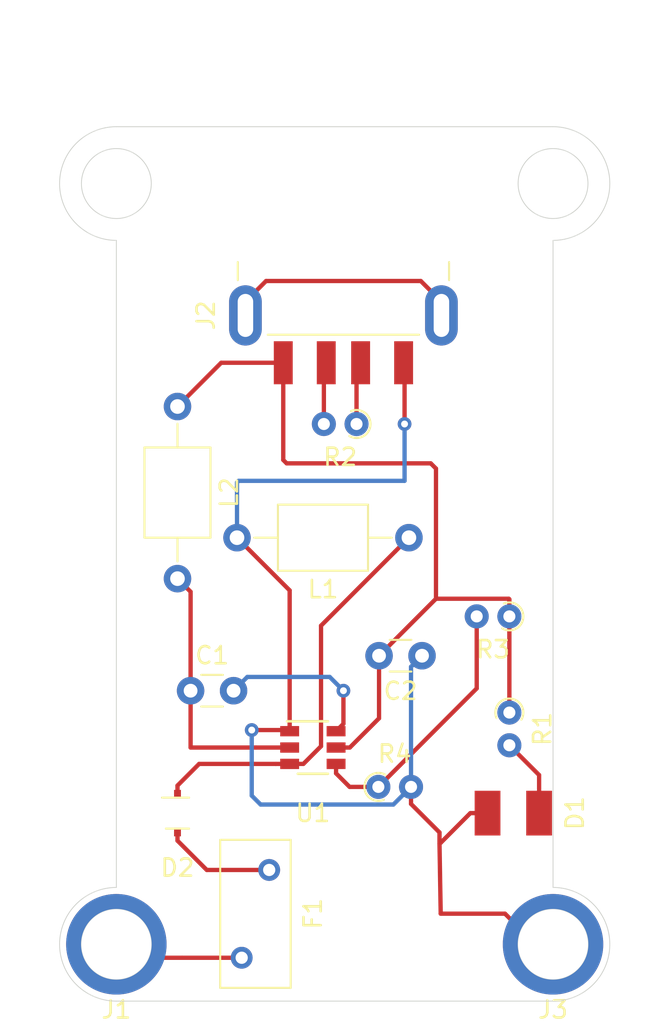
<source format=kicad_pcb>
(kicad_pcb (version 20171130) (host pcbnew "(5.1.5)-3")

  (general
    (thickness 1.6)
    (drawings 12)
    (tracks 88)
    (zones 0)
    (modules 15)
    (nets 13)
  )

  (page A4)
  (title_block
    (title "USB Charger")
    (rev v01)
    (company pcb-gang)
    (comment 2 https://creativecommons.org/licenses/by/4.0/)
    (comment 3 "License: CC BY 4.0")
    (comment 4 "Authors: Son Tran, Rex Han, Shawn Shacterman")
  )

  (layers
    (0 F.Cu signal)
    (31 B.Cu signal)
    (33 F.Adhes user)
    (35 F.Paste user)
    (37 F.SilkS user)
    (38 B.Mask user)
    (39 F.Mask user)
    (40 Dwgs.User user)
    (41 Cmts.User user)
    (42 Eco1.User user)
    (43 Eco2.User user)
    (44 Edge.Cuts user)
    (45 Margin user)
    (46 B.CrtYd user)
    (47 F.CrtYd user)
    (49 F.Fab user)
  )

  (setup
    (last_trace_width 0.25)
    (trace_clearance 0.2)
    (zone_clearance 0.508)
    (zone_45_only no)
    (trace_min 0.1524)
    (via_size 0.8)
    (via_drill 0.4)
    (via_min_size 0.4)
    (via_min_drill 0.3)
    (uvia_size 0.3)
    (uvia_drill 0.1)
    (uvias_allowed no)
    (uvia_min_size 0.2)
    (uvia_min_drill 0.1)
    (edge_width 0.05)
    (segment_width 0.2)
    (pcb_text_width 0.3)
    (pcb_text_size 1.5 1.5)
    (mod_edge_width 0.12)
    (mod_text_size 1 1)
    (mod_text_width 0.15)
    (pad_size 1.524 1.524)
    (pad_drill 0.762)
    (pad_to_mask_clearance 0.0508)
    (solder_mask_min_width 0.0762)
    (aux_axis_origin 0 0)
    (visible_elements 7FFFFFFF)
    (pcbplotparams
      (layerselection 0x010fc_ffffffff)
      (usegerberextensions false)
      (usegerberattributes false)
      (usegerberadvancedattributes false)
      (creategerberjobfile false)
      (excludeedgelayer true)
      (linewidth 0.100000)
      (plotframeref false)
      (viasonmask false)
      (mode 1)
      (useauxorigin false)
      (hpglpennumber 1)
      (hpglpenspeed 20)
      (hpglpendiameter 15.000000)
      (psnegative false)
      (psa4output false)
      (plotreference true)
      (plotvalue true)
      (plotinvisibletext false)
      (padsonsilk false)
      (subtractmaskfromsilk false)
      (outputformat 1)
      (mirror false)
      (drillshape 1)
      (scaleselection 1)
      (outputdirectory ""))
  )

  (net 0 "")
  (net 1 "Net-(C1-Pad2)")
  (net 2 "Net-(C1-Pad1)")
  (net 3 +5V)
  (net 4 GND)
  (net 5 "Net-(D1-Pad2)")
  (net 6 "Net-(D2-Pad1)")
  (net 7 "Net-(D2-Pad2)")
  (net 8 "Net-(F1-Pad2)")
  (net 9 "Net-(J2-Pad5)")
  (net 10 "Net-(J2-Pad3)")
  (net 11 "Net-(J2-Pad2)")
  (net 12 "Net-(R3-Pad2)")

  (net_class Default "This is the default net class."
    (clearance 0.2)
    (trace_width 0.25)
    (via_dia 0.8)
    (via_drill 0.4)
    (uvia_dia 0.3)
    (uvia_drill 0.1)
    (add_net +5V)
    (add_net GND)
    (add_net "Net-(C1-Pad1)")
    (add_net "Net-(C1-Pad2)")
    (add_net "Net-(D1-Pad2)")
    (add_net "Net-(D2-Pad1)")
    (add_net "Net-(D2-Pad2)")
    (add_net "Net-(F1-Pad2)")
    (add_net "Net-(J2-Pad2)")
    (add_net "Net-(J2-Pad3)")
    (add_net "Net-(J2-Pad5)")
    (add_net "Net-(R3-Pad2)")
  )

  (module Fuse:Fuse_BelFuse_0ZRE0005FF_L8.3mm_W3.8mm (layer F.Cu) (tedit 5BAABA15) (tstamp 5E5B5CFA)
    (at 146.558 99.822 270)
    (descr "Fuse 0ZRE0005FF, BelFuse, Radial Leaded PTC, https://www.belfuse.com/resources/datasheets/circuitprotection/ds-cp-0zre-series.pdf")
    (tags "0ZRE BelFuse radial PTC")
    (path /5E51B971)
    (fp_text reference F1 (at 2.54 -2.54 90) (layer F.SilkS)
      (effects (font (size 1 1) (thickness 0.15)))
    )
    (fp_text value Fuse (at 2.6 5.4 90) (layer F.Fab)
      (effects (font (size 1 1) (thickness 0.15)))
    )
    (fp_line (start 6.7 -1.1) (end 6.7 2.7) (layer F.Fab) (width 0.1))
    (fp_line (start -1.6 -1.1) (end -1.6 2.7) (layer F.Fab) (width 0.1))
    (fp_line (start -1.6 2.7) (end 6.7 2.7) (layer F.Fab) (width 0.1))
    (fp_line (start -1.6 -1.1) (end 6.7 -1.1) (layer F.Fab) (width 0.1))
    (fp_text user %R (at 3.81 0 90) (layer F.Fab)
      (effects (font (size 1 1) (thickness 0.15)))
    )
    (fp_line (start -1.85 -1.35) (end 6.95 -1.35) (layer F.CrtYd) (width 0.05))
    (fp_line (start -1.85 -1.35) (end -1.85 2.95) (layer F.CrtYd) (width 0.05))
    (fp_line (start 6.95 -1.35) (end 6.95 2.95) (layer F.CrtYd) (width 0.05))
    (fp_line (start -1.85 2.95) (end 6.95 2.95) (layer F.CrtYd) (width 0.05))
    (fp_line (start -1.75 -1.25) (end 6.85 -1.25) (layer F.SilkS) (width 0.12))
    (fp_line (start -1.75 -1.25) (end -1.75 2.85) (layer F.SilkS) (width 0.12))
    (fp_line (start 6.85 -1.25) (end 6.85 2.85) (layer F.SilkS) (width 0.12))
    (fp_line (start -1.75 2.85) (end 6.85 2.85) (layer F.SilkS) (width 0.12))
    (pad 1 thru_hole circle (at 0 0 270) (size 1.27 1.27) (drill 0.71) (layers *.Cu *.Mask)
      (net 7 "Net-(D2-Pad2)"))
    (pad 2 thru_hole circle (at 5.1 1.6 270) (size 1.27 1.27) (drill 0.71) (layers *.Cu *.Mask)
      (net 8 "Net-(F1-Pad2)"))
    (model ${KISYS3DMOD}/Fuse.3dshapes/Fuse_BelFuse_0ZRE_0ZRE0005FF_L8.3mm_W3.8mm.wrl
      (at (xyz 0 0 0))
      (scale (xyz 1 1 1))
      (rotate (xyz 0 0 0))
    )
  )

  (module Resistor_THT:R_Axial_DIN0204_L3.6mm_D1.6mm_P1.90mm_Vertical (layer F.Cu) (tedit 5AE5139B) (tstamp 5E5B5C2B)
    (at 152.908 94.996)
    (descr "Resistor, Axial_DIN0204 series, Axial, Vertical, pin pitch=1.9mm, 0.167W, length*diameter=3.6*1.6mm^2, http://cdn-reichelt.de/documents/datenblatt/B400/1_4W%23YAG.pdf")
    (tags "Resistor Axial_DIN0204 series Axial Vertical pin pitch 1.9mm 0.167W length 3.6mm diameter 1.6mm")
    (path /5E50203F)
    (fp_text reference R4 (at 0.95 -1.92) (layer F.SilkS)
      (effects (font (size 1 1) (thickness 0.15)))
    )
    (fp_text value R (at 0.95 1.92) (layer F.Fab)
      (effects (font (size 1 1) (thickness 0.15)))
    )
    (fp_text user %R (at 0.95 -1.92) (layer F.Fab)
      (effects (font (size 1 1) (thickness 0.15)))
    )
    (fp_line (start 2.86 -1.05) (end -1.05 -1.05) (layer F.CrtYd) (width 0.05))
    (fp_line (start 2.86 1.05) (end 2.86 -1.05) (layer F.CrtYd) (width 0.05))
    (fp_line (start -1.05 1.05) (end 2.86 1.05) (layer F.CrtYd) (width 0.05))
    (fp_line (start -1.05 -1.05) (end -1.05 1.05) (layer F.CrtYd) (width 0.05))
    (fp_line (start 0 0) (end 1.9 0) (layer F.Fab) (width 0.1))
    (fp_circle (center 0 0) (end 0.8 0) (layer F.Fab) (width 0.1))
    (fp_arc (start 0 0) (end 0.417133 -0.7) (angle -233.92106) (layer F.SilkS) (width 0.12))
    (pad 2 thru_hole oval (at 1.9 0) (size 1.4 1.4) (drill 0.7) (layers *.Cu *.Mask)
      (net 4 GND))
    (pad 1 thru_hole circle (at 0 0) (size 1.4 1.4) (drill 0.7) (layers *.Cu *.Mask)
      (net 12 "Net-(R3-Pad2)"))
    (model ${KISYS3DMOD}/Resistor_THT.3dshapes/R_Axial_DIN0204_L3.6mm_D1.6mm_P1.90mm_Vertical.wrl
      (at (xyz 0 0 0))
      (scale (xyz 1 1 1))
      (rotate (xyz 0 0 0))
    )
  )

  (module Resistor_THT:R_Axial_DIN0204_L3.6mm_D1.6mm_P1.90mm_Vertical (layer F.Cu) (tedit 5AE5139B) (tstamp 5E5B5BCE)
    (at 160.528 85.09 180)
    (descr "Resistor, Axial_DIN0204 series, Axial, Vertical, pin pitch=1.9mm, 0.167W, length*diameter=3.6*1.6mm^2, http://cdn-reichelt.de/documents/datenblatt/B400/1_4W%23YAG.pdf")
    (tags "Resistor Axial_DIN0204 series Axial Vertical pin pitch 1.9mm 0.167W length 3.6mm diameter 1.6mm")
    (path /5E4FF8A1)
    (fp_text reference R3 (at 0.95 -1.92) (layer F.SilkS)
      (effects (font (size 1 1) (thickness 0.15)))
    )
    (fp_text value R (at 0.95 1.92) (layer F.Fab)
      (effects (font (size 1 1) (thickness 0.15)))
    )
    (fp_text user %R (at 0.95 -1.92) (layer F.Fab)
      (effects (font (size 1 1) (thickness 0.15)))
    )
    (fp_line (start 2.86 -1.05) (end -1.05 -1.05) (layer F.CrtYd) (width 0.05))
    (fp_line (start 2.86 1.05) (end 2.86 -1.05) (layer F.CrtYd) (width 0.05))
    (fp_line (start -1.05 1.05) (end 2.86 1.05) (layer F.CrtYd) (width 0.05))
    (fp_line (start -1.05 -1.05) (end -1.05 1.05) (layer F.CrtYd) (width 0.05))
    (fp_line (start 0 0) (end 1.9 0) (layer F.Fab) (width 0.1))
    (fp_circle (center 0 0) (end 0.8 0) (layer F.Fab) (width 0.1))
    (fp_arc (start 0 0) (end 0.417133 -0.7) (angle -233.92106) (layer F.SilkS) (width 0.12))
    (pad 2 thru_hole oval (at 1.9 0 180) (size 1.4 1.4) (drill 0.7) (layers *.Cu *.Mask)
      (net 12 "Net-(R3-Pad2)"))
    (pad 1 thru_hole circle (at 0 0 180) (size 1.4 1.4) (drill 0.7) (layers *.Cu *.Mask)
      (net 3 +5V))
    (model ${KISYS3DMOD}/Resistor_THT.3dshapes/R_Axial_DIN0204_L3.6mm_D1.6mm_P1.90mm_Vertical.wrl
      (at (xyz 0 0 0))
      (scale (xyz 1 1 1))
      (rotate (xyz 0 0 0))
    )
  )

  (module Resistor_THT:R_Axial_DIN0204_L3.6mm_D1.6mm_P1.90mm_Vertical (layer F.Cu) (tedit 5AE5139B) (tstamp 5E5B5942)
    (at 151.638 73.914 180)
    (descr "Resistor, Axial_DIN0204 series, Axial, Vertical, pin pitch=1.9mm, 0.167W, length*diameter=3.6*1.6mm^2, http://cdn-reichelt.de/documents/datenblatt/B400/1_4W%23YAG.pdf")
    (tags "Resistor Axial_DIN0204 series Axial Vertical pin pitch 1.9mm 0.167W length 3.6mm diameter 1.6mm")
    (path /5E4E2899)
    (fp_text reference R2 (at 0.95 -1.92) (layer F.SilkS)
      (effects (font (size 1 1) (thickness 0.15)))
    )
    (fp_text value 150 (at 0.95 1.92) (layer F.Fab)
      (effects (font (size 1 1) (thickness 0.15)))
    )
    (fp_text user %R (at 0.95 -1.92) (layer F.Fab)
      (effects (font (size 1 1) (thickness 0.15)))
    )
    (fp_line (start 2.86 -1.05) (end -1.05 -1.05) (layer F.CrtYd) (width 0.05))
    (fp_line (start 2.86 1.05) (end 2.86 -1.05) (layer F.CrtYd) (width 0.05))
    (fp_line (start -1.05 1.05) (end 2.86 1.05) (layer F.CrtYd) (width 0.05))
    (fp_line (start -1.05 -1.05) (end -1.05 1.05) (layer F.CrtYd) (width 0.05))
    (fp_line (start 0 0) (end 1.9 0) (layer F.Fab) (width 0.1))
    (fp_circle (center 0 0) (end 0.8 0) (layer F.Fab) (width 0.1))
    (fp_arc (start 0 0) (end 0.417133 -0.7) (angle -233.92106) (layer F.SilkS) (width 0.12))
    (pad 2 thru_hole oval (at 1.9 0 180) (size 1.4 1.4) (drill 0.7) (layers *.Cu *.Mask)
      (net 11 "Net-(J2-Pad2)"))
    (pad 1 thru_hole circle (at 0 0 180) (size 1.4 1.4) (drill 0.7) (layers *.Cu *.Mask)
      (net 10 "Net-(J2-Pad3)"))
    (model ${KISYS3DMOD}/Resistor_THT.3dshapes/R_Axial_DIN0204_L3.6mm_D1.6mm_P1.90mm_Vertical.wrl
      (at (xyz 0 0 0))
      (scale (xyz 1 1 1))
      (rotate (xyz 0 0 0))
    )
  )

  (module Resistor_THT:R_Axial_DIN0204_L3.6mm_D1.6mm_P1.90mm_Vertical (layer F.Cu) (tedit 5AE5139B) (tstamp 5E5B5DDE)
    (at 160.528 90.678 270)
    (descr "Resistor, Axial_DIN0204 series, Axial, Vertical, pin pitch=1.9mm, 0.167W, length*diameter=3.6*1.6mm^2, http://cdn-reichelt.de/documents/datenblatt/B400/1_4W%23YAG.pdf")
    (tags "Resistor Axial_DIN0204 series Axial Vertical pin pitch 1.9mm 0.167W length 3.6mm diameter 1.6mm")
    (path /5E4DD6FE)
    (fp_text reference R1 (at 0.95 -1.92 90) (layer F.SilkS)
      (effects (font (size 1 1) (thickness 0.15)))
    )
    (fp_text value 120 (at 0.95 1.92 90) (layer F.Fab)
      (effects (font (size 1 1) (thickness 0.15)))
    )
    (fp_text user %R (at 0.95 -1.92 90) (layer F.Fab)
      (effects (font (size 1 1) (thickness 0.15)))
    )
    (fp_line (start 2.86 -1.05) (end -1.05 -1.05) (layer F.CrtYd) (width 0.05))
    (fp_line (start 2.86 1.05) (end 2.86 -1.05) (layer F.CrtYd) (width 0.05))
    (fp_line (start -1.05 1.05) (end 2.86 1.05) (layer F.CrtYd) (width 0.05))
    (fp_line (start -1.05 -1.05) (end -1.05 1.05) (layer F.CrtYd) (width 0.05))
    (fp_line (start 0 0) (end 1.9 0) (layer F.Fab) (width 0.1))
    (fp_circle (center 0 0) (end 0.8 0) (layer F.Fab) (width 0.1))
    (fp_arc (start 0 0) (end 0.417133 -0.7) (angle -233.92106) (layer F.SilkS) (width 0.12))
    (pad 2 thru_hole oval (at 1.9 0 270) (size 1.4 1.4) (drill 0.7) (layers *.Cu *.Mask)
      (net 5 "Net-(D1-Pad2)"))
    (pad 1 thru_hole circle (at 0 0 270) (size 1.4 1.4) (drill 0.7) (layers *.Cu *.Mask)
      (net 3 +5V))
    (model ${KISYS3DMOD}/Resistor_THT.3dshapes/R_Axial_DIN0204_L3.6mm_D1.6mm_P1.90mm_Vertical.wrl
      (at (xyz 0 0 0))
      (scale (xyz 1 1 1))
      (rotate (xyz 0 0 0))
    )
  )

  (module Inductor_THT:L_Axial_L5.0mm_D3.6mm_P10.00mm_Horizontal_Murata_BL01RN1A2A2 (layer F.Cu) (tedit 5BC67E52) (tstamp 5E5B6806)
    (at 141.224 72.898 270)
    (descr "Inductor, Murata BL01RN1A2A2, Axial, Horizontal, pin pitch=10.00mm, length*diameter=5*3.6mm, https://www.murata.com/en-global/products/productdetail?partno=BL01RN1A2A2%23")
    (tags "inductor axial horizontal")
    (path /5E4F8EFC)
    (fp_text reference L2 (at 5 -3 90) (layer F.SilkS)
      (effects (font (size 1 1) (thickness 0.15)))
    )
    (fp_text value L (at 5 3 90) (layer F.Fab)
      (effects (font (size 1 1) (thickness 0.15)))
    )
    (fp_text user %R (at 5 0 90) (layer F.Fab)
      (effects (font (size 1 1) (thickness 0.15)))
    )
    (fp_line (start 11.05 -2.05) (end -1.05 -2.05) (layer F.CrtYd) (width 0.05))
    (fp_line (start 11.05 2.05) (end 11.05 -2.05) (layer F.CrtYd) (width 0.05))
    (fp_line (start -1.05 2.05) (end 11.05 2.05) (layer F.CrtYd) (width 0.05))
    (fp_line (start -1.05 -2.05) (end -1.05 2.05) (layer F.CrtYd) (width 0.05))
    (fp_line (start 9 0) (end 7.62 0) (layer F.SilkS) (width 0.12))
    (fp_line (start 1 0) (end 2.38 0) (layer F.SilkS) (width 0.12))
    (fp_line (start 7.62 -1.92) (end 2.38 -1.92) (layer F.SilkS) (width 0.12))
    (fp_line (start 7.62 1.92) (end 7.62 -1.92) (layer F.SilkS) (width 0.12))
    (fp_line (start 2.38 1.92) (end 7.62 1.92) (layer F.SilkS) (width 0.12))
    (fp_line (start 2.38 -1.92) (end 2.38 1.92) (layer F.SilkS) (width 0.12))
    (fp_line (start 10 0) (end 7.5 0) (layer F.Fab) (width 0.1))
    (fp_line (start 0 0) (end 2.5 0) (layer F.Fab) (width 0.1))
    (fp_line (start 7.5 -1.8) (end 2.5 -1.8) (layer F.Fab) (width 0.1))
    (fp_line (start 7.5 1.8) (end 7.5 -1.8) (layer F.Fab) (width 0.1))
    (fp_line (start 2.5 1.8) (end 7.5 1.8) (layer F.Fab) (width 0.1))
    (fp_line (start 2.5 -1.8) (end 2.5 1.8) (layer F.Fab) (width 0.1))
    (pad 2 thru_hole oval (at 10 0 270) (size 1.6 1.6) (drill 0.85) (layers *.Cu *.Mask)
      (net 2 "Net-(C1-Pad1)"))
    (pad 1 thru_hole circle (at 0 0 270) (size 1.6 1.6) (drill 0.85) (layers *.Cu *.Mask)
      (net 3 +5V))
    (model ${KISYS3DMOD}/Inductor_THT.3dshapes/L_Axial_L5.0mm_D3.6mm_P10.00mm_Horizontal_Murata_BL01RN1A2A2.wrl
      (at (xyz 0 0 0))
      (scale (xyz 1 1 1))
      (rotate (xyz 0 0 0))
    )
  )

  (module Inductor_THT:L_Axial_L5.0mm_D3.6mm_P10.00mm_Horizontal_Murata_BL01RN1A2A2 (layer F.Cu) (tedit 5BC67E52) (tstamp 5E5B5D9E)
    (at 154.686 80.518 180)
    (descr "Inductor, Murata BL01RN1A2A2, Axial, Horizontal, pin pitch=10.00mm, length*diameter=5*3.6mm, https://www.murata.com/en-global/products/productdetail?partno=BL01RN1A2A2%23")
    (tags "inductor axial horizontal")
    (path /5E4FD738)
    (fp_text reference L1 (at 5 -3) (layer F.SilkS)
      (effects (font (size 1 1) (thickness 0.15)))
    )
    (fp_text value L (at 5 3) (layer F.Fab)
      (effects (font (size 1 1) (thickness 0.15)))
    )
    (fp_text user %R (at 5 0 180) (layer F.Fab)
      (effects (font (size 1 1) (thickness 0.15)))
    )
    (fp_line (start 11.05 -2.05) (end -1.05 -2.05) (layer F.CrtYd) (width 0.05))
    (fp_line (start 11.05 2.05) (end 11.05 -2.05) (layer F.CrtYd) (width 0.05))
    (fp_line (start -1.05 2.05) (end 11.05 2.05) (layer F.CrtYd) (width 0.05))
    (fp_line (start -1.05 -2.05) (end -1.05 2.05) (layer F.CrtYd) (width 0.05))
    (fp_line (start 9 0) (end 7.62 0) (layer F.SilkS) (width 0.12))
    (fp_line (start 1 0) (end 2.38 0) (layer F.SilkS) (width 0.12))
    (fp_line (start 7.62 -1.92) (end 2.38 -1.92) (layer F.SilkS) (width 0.12))
    (fp_line (start 7.62 1.92) (end 7.62 -1.92) (layer F.SilkS) (width 0.12))
    (fp_line (start 2.38 1.92) (end 7.62 1.92) (layer F.SilkS) (width 0.12))
    (fp_line (start 2.38 -1.92) (end 2.38 1.92) (layer F.SilkS) (width 0.12))
    (fp_line (start 10 0) (end 7.5 0) (layer F.Fab) (width 0.1))
    (fp_line (start 0 0) (end 2.5 0) (layer F.Fab) (width 0.1))
    (fp_line (start 7.5 -1.8) (end 2.5 -1.8) (layer F.Fab) (width 0.1))
    (fp_line (start 7.5 1.8) (end 7.5 -1.8) (layer F.Fab) (width 0.1))
    (fp_line (start 2.5 1.8) (end 7.5 1.8) (layer F.Fab) (width 0.1))
    (fp_line (start 2.5 -1.8) (end 2.5 1.8) (layer F.Fab) (width 0.1))
    (pad 2 thru_hole oval (at 10 0 180) (size 1.6 1.6) (drill 0.85) (layers *.Cu *.Mask)
      (net 4 GND))
    (pad 1 thru_hole circle (at 0 0 180) (size 1.6 1.6) (drill 0.85) (layers *.Cu *.Mask)
      (net 6 "Net-(D2-Pad1)"))
    (model ${KISYS3DMOD}/Inductor_THT.3dshapes/L_Axial_L5.0mm_D3.6mm_P10.00mm_Horizontal_Murata_BL01RN1A2A2.wrl
      (at (xyz 0 0 0))
      (scale (xyz 1 1 1))
      (rotate (xyz 0 0 0))
    )
  )

  (module Capacitor_THT:C_Disc_D3.0mm_W1.6mm_P2.50mm (layer F.Cu) (tedit 5AE50EF0) (tstamp 5E5B7165)
    (at 155.448 87.376 180)
    (descr "C, Disc series, Radial, pin pitch=2.50mm, , diameter*width=3.0*1.6mm^2, Capacitor, http://www.vishay.com/docs/45233/krseries.pdf")
    (tags "C Disc series Radial pin pitch 2.50mm  diameter 3.0mm width 1.6mm Capacitor")
    (path /5E4FAE6A)
    (fp_text reference C2 (at 1.25 -2.05) (layer F.SilkS)
      (effects (font (size 1 1) (thickness 0.15)))
    )
    (fp_text value C (at 1.25 2.05) (layer F.Fab)
      (effects (font (size 1 1) (thickness 0.15)))
    )
    (fp_text user %R (at 1.25 0 180) (layer F.Fab)
      (effects (font (size 0.6 0.6) (thickness 0.09)))
    )
    (fp_line (start 3.55 -1.05) (end -1.05 -1.05) (layer F.CrtYd) (width 0.05))
    (fp_line (start 3.55 1.05) (end 3.55 -1.05) (layer F.CrtYd) (width 0.05))
    (fp_line (start -1.05 1.05) (end 3.55 1.05) (layer F.CrtYd) (width 0.05))
    (fp_line (start -1.05 -1.05) (end -1.05 1.05) (layer F.CrtYd) (width 0.05))
    (fp_line (start 0.621 0.92) (end 1.879 0.92) (layer F.SilkS) (width 0.12))
    (fp_line (start 0.621 -0.92) (end 1.879 -0.92) (layer F.SilkS) (width 0.12))
    (fp_line (start 2.75 -0.8) (end -0.25 -0.8) (layer F.Fab) (width 0.1))
    (fp_line (start 2.75 0.8) (end 2.75 -0.8) (layer F.Fab) (width 0.1))
    (fp_line (start -0.25 0.8) (end 2.75 0.8) (layer F.Fab) (width 0.1))
    (fp_line (start -0.25 -0.8) (end -0.25 0.8) (layer F.Fab) (width 0.1))
    (pad 2 thru_hole circle (at 2.5 0 180) (size 1.6 1.6) (drill 0.8) (layers *.Cu *.Mask)
      (net 3 +5V))
    (pad 1 thru_hole circle (at 0 0 180) (size 1.6 1.6) (drill 0.8) (layers *.Cu *.Mask)
      (net 4 GND))
    (model ${KISYS3DMOD}/Capacitor_THT.3dshapes/C_Disc_D3.0mm_W1.6mm_P2.50mm.wrl
      (at (xyz 0 0 0))
      (scale (xyz 1 1 1))
      (rotate (xyz 0 0 0))
    )
  )

  (module Capacitor_THT:C_Disc_D3.0mm_W1.6mm_P2.50mm (layer F.Cu) (tedit 5AE50EF0) (tstamp 5E5B74A0)
    (at 141.986 89.408)
    (descr "C, Disc series, Radial, pin pitch=2.50mm, , diameter*width=3.0*1.6mm^2, Capacitor, http://www.vishay.com/docs/45233/krseries.pdf")
    (tags "C Disc series Radial pin pitch 2.50mm  diameter 3.0mm width 1.6mm Capacitor")
    (path /5E4F02F9)
    (fp_text reference C1 (at 1.25 -2.05) (layer F.SilkS)
      (effects (font (size 1 1) (thickness 0.15)))
    )
    (fp_text value C (at 1.25 2.05) (layer F.Fab)
      (effects (font (size 1 1) (thickness 0.15)))
    )
    (fp_text user %R (at 1.25 0) (layer F.Fab)
      (effects (font (size 0.6 0.6) (thickness 0.09)))
    )
    (fp_line (start 3.55 -1.05) (end -1.05 -1.05) (layer F.CrtYd) (width 0.05))
    (fp_line (start 3.55 1.05) (end 3.55 -1.05) (layer F.CrtYd) (width 0.05))
    (fp_line (start -1.05 1.05) (end 3.55 1.05) (layer F.CrtYd) (width 0.05))
    (fp_line (start -1.05 -1.05) (end -1.05 1.05) (layer F.CrtYd) (width 0.05))
    (fp_line (start 0.621 0.92) (end 1.879 0.92) (layer F.SilkS) (width 0.12))
    (fp_line (start 0.621 -0.92) (end 1.879 -0.92) (layer F.SilkS) (width 0.12))
    (fp_line (start 2.75 -0.8) (end -0.25 -0.8) (layer F.Fab) (width 0.1))
    (fp_line (start 2.75 0.8) (end 2.75 -0.8) (layer F.Fab) (width 0.1))
    (fp_line (start -0.25 0.8) (end 2.75 0.8) (layer F.Fab) (width 0.1))
    (fp_line (start -0.25 -0.8) (end -0.25 0.8) (layer F.Fab) (width 0.1))
    (pad 2 thru_hole circle (at 2.5 0) (size 1.6 1.6) (drill 0.8) (layers *.Cu *.Mask)
      (net 1 "Net-(C1-Pad2)"))
    (pad 1 thru_hole circle (at 0 0) (size 1.6 1.6) (drill 0.8) (layers *.Cu *.Mask)
      (net 2 "Net-(C1-Pad1)"))
    (model ${KISYS3DMOD}/Capacitor_THT.3dshapes/C_Disc_D3.0mm_W1.6mm_P2.50mm.wrl
      (at (xyz 0 0 0))
      (scale (xyz 1 1 1))
      (rotate (xyz 0 0 0))
    )
  )

  (module lab3-new:regulator (layer F.Cu) (tedit 5E57587B) (tstamp 5E5B5BFD)
    (at 149.098 92.71)
    (path /5E4E8641)
    (fp_text reference U1 (at 0 3.81) (layer F.SilkS)
      (effects (font (size 1 1) (thickness 0.15)))
    )
    (fp_text value Regulator (at 0 -3.81) (layer F.Fab)
      (effects (font (size 1 1) (thickness 0.15)))
    )
    (fp_line (start -0.875 1.525) (end 0.875 1.525) (layer F.SilkS) (width 0.15))
    (fp_line (start -1.5 -1.525) (end 0.875 -1.525) (layer F.SilkS) (width 0.15))
    (fp_line (start -0.875 -1.525) (end -0.875 1.525) (layer F.CrtYd) (width 0.12))
    (fp_line (start -0.875 1.525) (end 0.875 1.525) (layer F.CrtYd) (width 0.12))
    (fp_line (start 0.875 -1.525) (end 0.875 1.525) (layer F.CrtYd) (width 0.12))
    (fp_line (start -0.875 -1.525) (end 0.875 -1.525) (layer F.CrtYd) (width 0.12))
    (pad 5 smd rect (at 1.35 0) (size 1.1 0.6) (layers F.Cu F.Paste F.Mask)
      (net 3 +5V))
    (pad 4 smd rect (at 1.35 0.95) (size 1.1 0.6) (layers F.Cu F.Paste F.Mask)
      (net 12 "Net-(R3-Pad2)"))
    (pad 6 smd rect (at 1.35 -0.95) (size 1.1 0.6) (layers F.Cu F.Paste F.Mask)
      (net 1 "Net-(C1-Pad2)"))
    (pad 3 smd rect (at -1.35 0.95) (size 1.1 0.6) (layers F.Cu F.Paste F.Mask)
      (net 6 "Net-(D2-Pad1)"))
    (pad 2 smd rect (at -1.35 0) (size 1.1 0.6) (layers F.Cu F.Paste F.Mask)
      (net 2 "Net-(C1-Pad1)"))
    (pad 1 smd rect (at -1.35 -0.95) (size 1.1 0.6) (layers F.Cu F.Paste F.Mask)
      (net 4 GND))
  )

  (module Connector_USB:USB_A_CNCTech_1001-011-01101_Horizontal (layer F.Cu) (tedit 5AFEF547) (tstamp 5E5B4768)
    (at 150.876 60.706 90)
    (descr http://cnctech.us/pdfs/1001-011-01101.pdf)
    (tags USB-A)
    (path /5E50E7B4)
    (attr smd)
    (fp_text reference J2 (at -6.9 -8 90) (layer F.SilkS)
      (effects (font (size 1 1) (thickness 0.15)))
    )
    (fp_text value USB_A (at 0 8 270) (layer F.Fab)
      (effects (font (size 1 1) (thickness 0.15)))
    )
    (fp_line (start -11.4 4.55) (end -9.15 4.55) (layer F.CrtYd) (width 0.05))
    (fp_line (start -9.15 4.55) (end -9.15 7.15) (layer F.CrtYd) (width 0.05))
    (fp_line (start -9.15 7.15) (end -4.65 7.15) (layer F.CrtYd) (width 0.05))
    (fp_line (start -4.65 7.15) (end -4.65 6.52) (layer F.CrtYd) (width 0.05))
    (fp_line (start -4.65 6.52) (end 11.4 6.52) (layer F.CrtYd) (width 0.05))
    (fp_text user %R (at -6 0) (layer F.Fab)
      (effects (font (size 1 1) (thickness 0.15)))
    )
    (fp_line (start 11.4 6.52) (end 11.4 -6.52) (layer F.CrtYd) (width 0.05))
    (fp_line (start -4.65 -6.52) (end 11.4 -6.52) (layer F.CrtYd) (width 0.05))
    (fp_line (start -4.65 -6.52) (end -4.65 -7.15) (layer F.CrtYd) (width 0.05))
    (fp_line (start -9.15 -7.15) (end -4.65 -7.15) (layer F.CrtYd) (width 0.05))
    (fp_line (start -9.15 -7.15) (end -9.15 -4.55) (layer F.CrtYd) (width 0.05))
    (fp_line (start -11.4 -4.55) (end -9.15 -4.55) (layer F.CrtYd) (width 0.05))
    (fp_line (start -11.4 4.55) (end -11.4 -4.55) (layer F.CrtYd) (width 0.05))
    (fp_line (start -4.85 6.145) (end -3.8 6.145) (layer F.SilkS) (width 0.12))
    (fp_line (start -4.85 -6.145) (end -3.8 -6.145) (layer F.SilkS) (width 0.12))
    (fp_text user "PCB Edge" (at -4.55 -0.05) (layer Dwgs.User)
      (effects (font (size 0.6 0.6) (thickness 0.09)))
    )
    (fp_line (start -3.8 6.025) (end -3.8 -6.025) (layer Dwgs.User) (width 0.1))
    (fp_line (start -8.02 -4.4) (end -8.02 4.4) (layer F.SilkS) (width 0.12))
    (fp_circle (center -6.9 2.3) (end -6.9 2.8) (layer F.Fab) (width 0.1))
    (fp_circle (center -6.9 -2.3) (end -6.9 -2.8) (layer F.Fab) (width 0.1))
    (fp_line (start -10.4 -3.25) (end -7.9 -3.25) (layer F.Fab) (width 0.1))
    (fp_line (start -10.4 -3.25) (end -10.4 -3.75) (layer F.Fab) (width 0.1))
    (fp_line (start -10.4 -3.75) (end -7.9 -3.75) (layer F.Fab) (width 0.1))
    (fp_line (start -10.4 -1.25) (end -7.9 -1.25) (layer F.Fab) (width 0.1))
    (fp_line (start -10.4 -0.75) (end -7.9 -0.75) (layer F.Fab) (width 0.1))
    (fp_line (start -10.4 -0.75) (end -10.4 -1.25) (layer F.Fab) (width 0.1))
    (fp_line (start -10.4 1.25) (end -7.9 1.25) (layer F.Fab) (width 0.1))
    (fp_line (start -10.4 1.25) (end -10.4 0.75) (layer F.Fab) (width 0.1))
    (fp_line (start -10.4 0.75) (end -7.9 0.75) (layer F.Fab) (width 0.1))
    (fp_line (start -10.4 3.75) (end -7.9 3.75) (layer F.Fab) (width 0.1))
    (fp_line (start -10.4 3.25) (end -7.9 3.25) (layer F.Fab) (width 0.1))
    (fp_line (start -10.4 3.75) (end -10.4 3.25) (layer F.Fab) (width 0.1))
    (fp_line (start 10.9 6.025) (end 10.9 -6.025) (layer F.Fab) (width 0.1))
    (fp_line (start -7.9 6.025) (end 10.9 6.025) (layer F.Fab) (width 0.1))
    (fp_line (start -7.9 -6.025) (end 10.9 -6.025) (layer F.Fab) (width 0.1))
    (fp_line (start -7.9 6.025) (end -7.9 -6.025) (layer F.Fab) (width 0.1))
    (pad "" np_thru_hole circle (at -6.9 2.3 90) (size 1.1 1.1) (drill 1.1) (layers *.Cu *.Mask))
    (pad "" np_thru_hole circle (at -6.9 -2.3 90) (size 1.1 1.1) (drill 1.1) (layers *.Cu *.Mask))
    (pad 5 thru_hole oval (at -6.9 5.7 90) (size 3.5 1.9) (drill oval 2.5 0.9) (layers *.Cu *.Mask)
      (net 9 "Net-(J2-Pad5)"))
    (pad 5 thru_hole oval (at -6.9 -5.7 90) (size 3.5 1.9) (drill oval 2.5 0.9) (layers *.Cu *.Mask)
      (net 9 "Net-(J2-Pad5)"))
    (pad 4 smd rect (at -9.65 3.5 90) (size 2.5 1.1) (layers F.Cu F.Paste F.Mask)
      (net 4 GND))
    (pad 1 smd rect (at -9.65 -3.5 90) (size 2.5 1.1) (layers F.Cu F.Paste F.Mask)
      (net 3 +5V))
    (pad 3 smd rect (at -9.65 1 90) (size 2.5 1.1) (layers F.Cu F.Paste F.Mask)
      (net 10 "Net-(J2-Pad3)"))
    (pad 2 smd rect (at -9.65 -1 90) (size 2.5 1.1) (layers F.Cu F.Paste F.Mask)
      (net 11 "Net-(J2-Pad2)"))
    (model ${KISYS3DMOD}/Connector_USB.3dshapes/USB_A_CNCTech_1001-011-01101_Horizontal.wrl
      (at (xyz 0 0 0))
      (scale (xyz 1 1 1))
      (rotate (xyz 0 0 0))
    )
  )

  (module lab3-new:led (layer F.Cu) (tedit 5E5AF1D4) (tstamp 5E5B5CB4)
    (at 159.258 96.52 90)
    (path /5E4DDF91)
    (fp_text reference D1 (at 0 5.08 90) (layer F.SilkS)
      (effects (font (size 1 1) (thickness 0.15)))
    )
    (fp_text value LED (at 0 -2.54 90) (layer F.Fab)
      (effects (font (size 1 1) (thickness 0.15)))
    )
    (fp_line (start 1.5 3) (end 1.5 0) (layer F.CrtYd) (width 0.15))
    (fp_line (start 1.5 3) (end -1.5 3) (layer F.CrtYd) (width 0.15))
    (fp_line (start -1.5 0) (end -1.5 3) (layer F.CrtYd) (width 0.15))
    (fp_line (start -1.5 0) (end 1.5 0) (layer F.CrtYd) (width 0.15))
    (pad 2 smd rect (at 0 3 90) (size 2.6 1.5) (layers F.Cu F.Paste F.Mask)
      (net 5 "Net-(D1-Pad2)"))
    (pad 1 smd rect (at 0 0 90) (size 2.6 1.5) (layers F.Cu F.Paste F.Mask)
      (net 4 GND))
  )

  (module lab3-new:diode2 (layer F.Cu) (tedit 5E696C46) (tstamp 5E69C102)
    (at 141.224 96.52)
    (path /5E4E6538)
    (fp_text reference D2 (at 0 3.175) (layer F.SilkS)
      (effects (font (size 1 1) (thickness 0.15)))
    )
    (fp_text value D_Schottky (at 0 -3.175) (layer F.Fab)
      (effects (font (size 1 1) (thickness 0.15)))
    )
    (fp_line (start 0.675 0.9) (end -0.675 0.9) (layer F.SilkS) (width 0.12))
    (fp_line (start 0.675 -0.9) (end -0.9 -0.9) (layer F.SilkS) (width 0.12))
    (fp_line (start 0.675 -0.9) (end -0.675 -0.9) (layer F.CrtYd) (width 0.12))
    (fp_line (start -0.675 -0.9) (end -0.675 0.9) (layer F.CrtYd) (width 0.12))
    (fp_line (start 0.675 0.9) (end -0.675 0.9) (layer F.CrtYd) (width 0.12))
    (fp_line (start 0.675 -0.9) (end 0.675 0.9) (layer F.CrtYd) (width 0.12))
    (pad 2 smd rect (at 0 1.1) (size 0.4 0.5) (layers F.Cu F.Paste F.Mask)
      (net 7 "Net-(D2-Pad2)"))
    (pad 1 smd rect (at 0 -1.1) (size 0.4 0.5) (layers F.Cu F.Paste F.Mask)
      (net 6 "Net-(D2-Pad1)"))
  )

  (module lab3-new:connector1 (layer F.Cu) (tedit 5E69B3F7) (tstamp 5E6A05F0)
    (at 137.668 104.14)
    (path /5E6A0B09)
    (fp_text reference J1 (at 0 3.8) (layer F.SilkS)
      (effects (font (size 1 1) (thickness 0.15)))
    )
    (fp_text value Conn_01x01_Male (at 0 -3.6) (layer F.Fab)
      (effects (font (size 1 1) (thickness 0.15)))
    )
    (fp_circle (center 0 0) (end 0.16 0) (layer F.CrtYd) (width 0.01))
    (pad 1 thru_hole circle (at 0 0) (size 5.842 5.842) (drill 4.064) (layers *.Cu *.Mask)
      (net 8 "Net-(F1-Pad2)"))
  )

  (module lab3-new:connector1 (layer F.Cu) (tedit 5E69B3F7) (tstamp 5E6A05F6)
    (at 163.068 104.14)
    (path /5E6A293F)
    (fp_text reference J3 (at 0 3.8) (layer F.SilkS)
      (effects (font (size 1 1) (thickness 0.15)))
    )
    (fp_text value Conn_01x01_Male (at 0 -3.6) (layer F.Fab)
      (effects (font (size 1 1) (thickness 0.15)))
    )
    (fp_circle (center 0 0) (end 0.16 0) (layer F.CrtYd) (width 0.01))
    (pad 1 thru_hole circle (at 0 0) (size 5.842 5.842) (drill 4.064) (layers *.Cu *.Mask)
      (net 4 GND))
  )

  (gr_circle (center 163.068 59.944) (end 163.068 61.976) (layer Edge.Cuts) (width 0.05) (tstamp 5E5B5833))
  (gr_circle (center 137.668 59.944) (end 137.668 61.976) (layer Edge.Cuts) (width 0.05) (tstamp 5E5B5831))
  (gr_circle (center 137.668 104.14) (end 137.668 106.172) (layer Edge.Cuts) (width 0.05) (tstamp 5E5B582F))
  (gr_circle (center 163.068 104.14) (end 163.068 106.172) (layer Edge.Cuts) (width 0.05))
  (gr_arc (start 163.068 104.14) (end 163.068 107.442) (angle -180) (layer Edge.Cuts) (width 0.05))
  (gr_arc (start 137.668 104.14) (end 137.668 100.838) (angle -180) (layer Edge.Cuts) (width 0.05))
  (gr_arc (start 137.668 59.944) (end 137.668 56.642) (angle -180) (layer Edge.Cuts) (width 0.05))
  (gr_arc (start 163.068 59.944) (end 163.068 63.246) (angle -180) (layer Edge.Cuts) (width 0.05))
  (gr_line (start 163.068 63.246) (end 163.068 100.838) (layer Edge.Cuts) (width 0.05) (tstamp 5E5B582A))
  (gr_line (start 137.668 107.442) (end 163.068 107.442) (layer Edge.Cuts) (width 0.05) (tstamp 5E5B5822))
  (gr_line (start 137.668 63.246) (end 137.668 100.838) (layer Edge.Cuts) (width 0.05))
  (gr_line (start 137.668 56.642) (end 163.068 56.642) (layer Edge.Cuts) (width 0.05))

  (segment (start 145.285999 88.608001) (end 150.076001 88.608001) (width 0.25) (layer B.Cu) (net 1))
  (segment (start 144.486 89.408) (end 145.285999 88.608001) (width 0.25) (layer B.Cu) (net 1))
  (segment (start 150.076001 88.608001) (end 150.876 89.408) (width 0.25) (layer B.Cu) (net 1))
  (segment (start 150.876 89.408) (end 150.876 89.408) (width 0.25) (layer B.Cu) (net 1) (tstamp 5E5B79E7))
  (via (at 150.876 89.408) (size 0.8) (drill 0.4) (layers F.Cu B.Cu) (net 1))
  (segment (start 150.876 91.332) (end 150.448 91.76) (width 0.25) (layer F.Cu) (net 1))
  (segment (start 150.876 89.408) (end 150.876 91.332) (width 0.25) (layer F.Cu) (net 1))
  (segment (start 141.986 83.66) (end 141.224 82.898) (width 0.25) (layer F.Cu) (net 2))
  (segment (start 141.986 89.408) (end 141.986 83.66) (width 0.25) (layer F.Cu) (net 2))
  (segment (start 141.986 89.408) (end 141.986 92.71) (width 0.25) (layer F.Cu) (net 2))
  (segment (start 145.796 92.71) (end 147.748 92.71) (width 0.25) (layer F.Cu) (net 2))
  (segment (start 141.986 92.71) (end 145.796 92.71) (width 0.25) (layer F.Cu) (net 2))
  (segment (start 160.528 90.678) (end 160.528 85.09) (width 0.25) (layer F.Cu) (net 3))
  (segment (start 160.492948 84.064999) (end 156.259001 84.064999) (width 0.25) (layer F.Cu) (net 3))
  (segment (start 156.259001 84.064999) (end 153.747999 86.576001) (width 0.25) (layer F.Cu) (net 3))
  (segment (start 160.528 84.100051) (end 160.492948 84.064999) (width 0.25) (layer F.Cu) (net 3))
  (segment (start 153.747999 86.576001) (end 152.948 87.376) (width 0.25) (layer F.Cu) (net 3))
  (segment (start 160.528 85.09) (end 160.528 84.100051) (width 0.25) (layer F.Cu) (net 3))
  (segment (start 143.766 70.356) (end 147.376 70.356) (width 0.25) (layer F.Cu) (net 3))
  (segment (start 141.224 72.898) (end 143.766 70.356) (width 0.25) (layer F.Cu) (net 3))
  (segment (start 147.574 76.2) (end 147.376 76.002) (width 0.25) (layer F.Cu) (net 3))
  (segment (start 156.259001 76.503001) (end 155.956 76.2) (width 0.25) (layer F.Cu) (net 3))
  (segment (start 147.376 76.002) (end 147.376 70.356) (width 0.25) (layer F.Cu) (net 3))
  (segment (start 155.956 76.2) (end 147.574 76.2) (width 0.25) (layer F.Cu) (net 3))
  (segment (start 156.259001 84.064999) (end 156.259001 76.503001) (width 0.25) (layer F.Cu) (net 3))
  (segment (start 151.248 92.71) (end 150.448 92.71) (width 0.25) (layer F.Cu) (net 3))
  (segment (start 152.948 91.01) (end 151.248 92.71) (width 0.25) (layer F.Cu) (net 3))
  (segment (start 152.948 87.376) (end 152.948 91.01) (width 0.25) (layer F.Cu) (net 3))
  (segment (start 154.808 88.016) (end 155.448 87.376) (width 0.25) (layer B.Cu) (net 4))
  (segment (start 154.808 94.996) (end 154.808 88.016) (width 0.25) (layer B.Cu) (net 4))
  (segment (start 147.748 83.58) (end 144.686 80.518) (width 0.25) (layer F.Cu) (net 4))
  (segment (start 147.748 91.76) (end 147.748 83.58) (width 0.25) (layer F.Cu) (net 4))
  (segment (start 153.782999 96.021001) (end 146.059001 96.021001) (width 0.25) (layer B.Cu) (net 4))
  (segment (start 154.808 94.996) (end 153.782999 96.021001) (width 0.25) (layer B.Cu) (net 4))
  (segment (start 146.059001 96.021001) (end 145.542 95.504) (width 0.25) (layer B.Cu) (net 4))
  (segment (start 145.542 95.504) (end 145.542 91.694) (width 0.25) (layer B.Cu) (net 4))
  (segment (start 145.542 91.694) (end 145.542 91.694) (width 0.25) (layer B.Cu) (net 4) (tstamp 5E5B79F1))
  (via (at 145.542 91.694) (size 0.8) (drill 0.4) (layers F.Cu B.Cu) (net 4) (status 1000000))
  (segment (start 147.682 91.694) (end 147.748 91.76) (width 0.25) (layer F.Cu) (net 4))
  (segment (start 145.542 91.694) (end 147.682 91.694) (width 0.25) (layer F.Cu) (net 4))
  (segment (start 144.686 80.518) (end 144.686 77.31) (width 0.25) (layer B.Cu) (net 4))
  (segment (start 144.686 77.31) (end 144.78 77.216) (width 0.25) (layer B.Cu) (net 4))
  (segment (start 144.78 77.216) (end 154.432 77.216) (width 0.25) (layer B.Cu) (net 4))
  (segment (start 154.432 77.216) (end 154.432 73.914) (width 0.25) (layer B.Cu) (net 4))
  (segment (start 154.432 73.914) (end 154.432 73.914) (width 0.25) (layer B.Cu) (net 4) (tstamp 5E5B79FD))
  (via (at 154.432 73.914) (size 0.8) (drill 0.4) (layers F.Cu B.Cu) (net 4))
  (segment (start 154.432 70.412) (end 154.376 70.356) (width 0.25) (layer F.Cu) (net 4))
  (segment (start 154.432 73.914) (end 154.432 70.412) (width 0.25) (layer F.Cu) (net 4))
  (segment (start 158.258 96.52) (end 159.258 96.52) (width 0.25) (layer F.Cu) (net 4))
  (segment (start 156.534 98.244) (end 158.258 96.52) (width 0.25) (layer F.Cu) (net 4))
  (segment (start 156.464 97.641949) (end 156.464 98.298) (width 0.25) (layer F.Cu) (net 4))
  (segment (start 154.808 94.996) (end 154.808 95.985949) (width 0.25) (layer F.Cu) (net 4))
  (segment (start 154.808 95.985949) (end 156.464 97.641949) (width 0.25) (layer F.Cu) (net 4))
  (segment (start 156.464 98.298) (end 156.534 98.244) (width 0.25) (layer F.Cu) (net 4))
  (segment (start 156.534 102.362) (end 156.464 98.298) (width 0.25) (layer F.Cu) (net 4))
  (segment (start 160.274 102.362) (end 160.951408 103.039409) (width 0.25) (layer F.Cu) (net 4))
  (segment (start 156.534 102.362) (end 160.274 102.362) (width 0.25) (layer F.Cu) (net 4))
  (segment (start 162.258 94.308) (end 160.528 92.578) (width 0.25) (layer F.Cu) (net 5))
  (segment (start 162.258 96.52) (end 162.258 94.308) (width 0.25) (layer F.Cu) (net 5))
  (segment (start 149.572999 92.635001) (end 149.572999 85.631001) (width 0.25) (layer F.Cu) (net 6))
  (segment (start 149.572999 85.631001) (end 153.886001 81.317999) (width 0.25) (layer F.Cu) (net 6))
  (segment (start 148.548 93.66) (end 149.572999 92.635001) (width 0.25) (layer F.Cu) (net 6))
  (segment (start 153.886001 81.317999) (end 154.686 80.518) (width 0.25) (layer F.Cu) (net 6))
  (segment (start 147.748 93.66) (end 148.548 93.66) (width 0.25) (layer F.Cu) (net 6))
  (segment (start 146.948 93.66) (end 147.748 93.66) (width 0.25) (layer F.Cu) (net 6))
  (segment (start 142.484 93.66) (end 146.948 93.66) (width 0.25) (layer F.Cu) (net 6))
  (segment (start 141.224 94.92) (end 142.484 93.66) (width 0.25) (layer F.Cu) (net 6))
  (segment (start 141.224 95.42) (end 141.224 94.92) (width 0.25) (layer F.Cu) (net 6))
  (segment (start 141.224 98.12) (end 141.224 97.62) (width 0.25) (layer F.Cu) (net 7))
  (segment (start 142.926 99.822) (end 141.224 98.12) (width 0.25) (layer F.Cu) (net 7))
  (segment (start 146.558 99.822) (end 142.926 99.822) (width 0.25) (layer F.Cu) (net 7))
  (segment (start 141.498 104.922) (end 139.974 104.922) (width 0.25) (layer F.Cu) (net 8))
  (segment (start 144.958 104.922) (end 141.498 104.922) (width 0.25) (layer F.Cu) (net 8))
  (segment (start 139.974 104.922) (end 139.934298 104.882298) (width 0.25) (layer F.Cu) (net 8))
  (segment (start 156.576 66.806) (end 156.576 67.606) (width 0.25) (layer F.Cu) (net 9))
  (segment (start 155.376 65.606) (end 156.576 66.806) (width 0.25) (layer F.Cu) (net 9))
  (segment (start 146.376 65.606) (end 155.376 65.606) (width 0.25) (layer F.Cu) (net 9))
  (segment (start 145.176 66.806) (end 146.376 65.606) (width 0.25) (layer F.Cu) (net 9))
  (segment (start 145.176 67.606) (end 145.176 66.806) (width 0.25) (layer F.Cu) (net 9))
  (segment (start 151.638 70.594) (end 151.876 70.356) (width 0.25) (layer F.Cu) (net 10))
  (segment (start 151.638 73.914) (end 151.638 70.594) (width 0.25) (layer F.Cu) (net 10))
  (segment (start 149.738 70.494) (end 149.876 70.356) (width 0.25) (layer F.Cu) (net 11))
  (segment (start 149.738 73.914) (end 149.738 70.494) (width 0.25) (layer F.Cu) (net 11))
  (segment (start 158.628 89.276) (end 152.908 94.996) (width 0.25) (layer F.Cu) (net 12))
  (segment (start 158.628 85.09) (end 158.628 89.276) (width 0.25) (layer F.Cu) (net 12))
  (segment (start 150.448 94.21) (end 150.448 93.66) (width 0.25) (layer F.Cu) (net 12))
  (segment (start 151.234 94.996) (end 150.448 94.21) (width 0.25) (layer F.Cu) (net 12))
  (segment (start 152.908 94.996) (end 151.234 94.996) (width 0.25) (layer F.Cu) (net 12))

)

</source>
